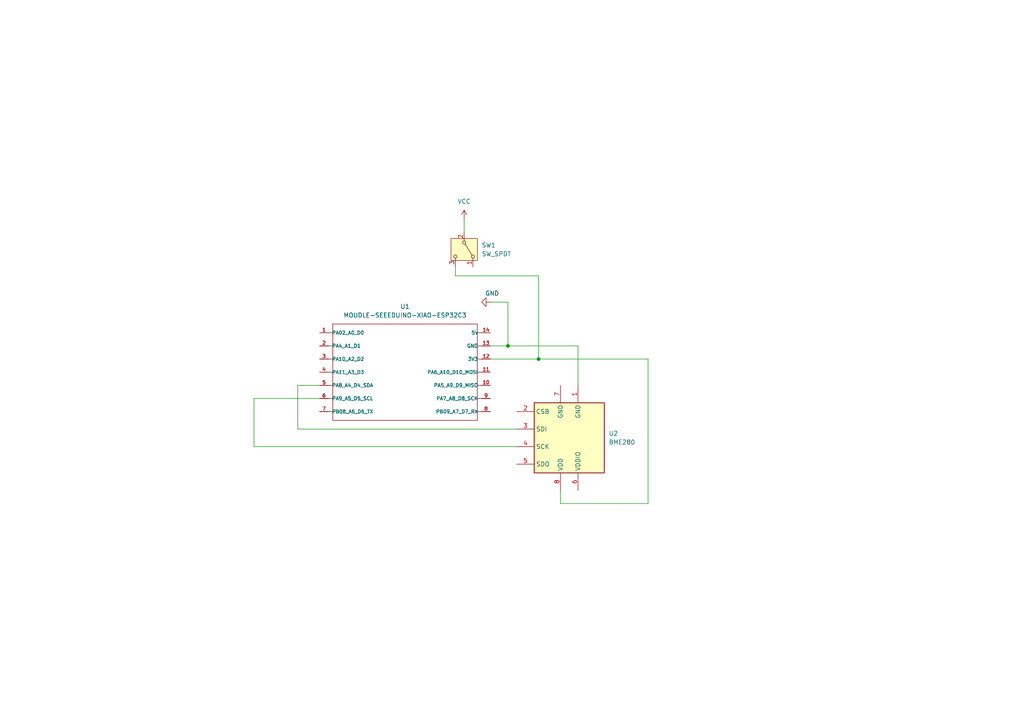
<source format=kicad_sch>
(kicad_sch (version 20231120) (generator "eeschema") (generator_version "8.0")
  (paper "A4")
  (title_block (title "PCB_Design") (date "2025-01-26") (rev "v1.0") (company "Yourong Xu"))
  (lib_symbols
    (symbol "Sensor:BME280"
      (property "Reference" "U" (at -8.89 11.43 0))
      (property "Value" "BME280" (at 7.62 11.43 0))
      (symbol "BME280_0_1"
        (rectangle (start -10.16 10.16) (end 10.16 -10.16) (stroke (width 0.254)) (fill (type background)))
      )
      (symbol "BME280_1_1"
        (pin power_in line (at -2.54 -15.24 90) (length 5.08) (name "GND") (number "1"))
        (pin input line (at 15.24 -7.62 180) (length 5.08) (name "CSB") (number "2"))
        (pin bidirectional line (at 15.24 -2.54 180) (length 5.08) (name "SDI") (number "3"))
        (pin input line (at 15.24 2.54 180) (length 5.08) (name "SCK") (number "4"))
        (pin bidirectional line (at 15.24 7.62 180) (length 5.08) (name "SDO") (number "5"))
        (pin power_in line (at -2.54 15.24 270) (length 5.08) (name "VDDIO") (number "6"))
        (pin power_in line (at 2.54 -15.24 90) (length 5.08) (name "GND") (number "7"))
        (pin power_in line (at 2.54 15.24 270) (length 5.08) (name "VDD") (number "8"))
      )
    )
    (symbol "Switch:SW_SPDT" (pin_names (offset 0) hide)
      (property "Reference" "SW" (at 0 5.08 0))
      (property "Value" "SW_SPDT" (at 0 -5.08 0))
      (symbol "SW_SPDT_0_1"
        (circle (center -2.032 0) (radius 0.4572))
        (polyline (pts (xy -1.651 0.254) (xy 1.651 2.286)))
        (circle (center 2.032 -2.54) (radius 0.4572))
        (circle (center 2.032 2.54) (radius 0.4572))
      )
      (symbol "SW_SPDT_1_1"
        (rectangle (start -3.175 3.81) (end 3.175 -3.81) (fill (type background)))
        (pin passive line (at 5.08 2.54 180) (length 2.54) (name "A") (number "1"))
        (pin passive line (at -5.08 0 0) (length 2.54) (name "B") (number "2"))
        (pin passive line (at 5.08 -2.54 180) (length 2.54) (name "C") (number "3"))
      )
    )
    (symbol "power:GND" (power) (pin_numbers hide) (pin_names (offset 0) hide)
      (property "Value" "GND" (at 0 -3.81 0))
      (symbol "GND_0_1"
        (polyline (pts (xy 0 0) (xy 0 -1.27) (xy 1.27 -1.27) (xy 0 -2.54) (xy -1.27 -1.27) (xy 0 -1.27)))
      )
      (symbol "GND_1_1"
        (pin power_in line (at 0 0 270) (length 0) (name "~") (number "1"))
      )
    )
    (symbol "power:VCC" (power) (pin_numbers hide) (pin_names (offset 0) hide)
      (property "Value" "VCC" (at 0 3.556 0))
      (symbol "VCC_0_1"
        (polyline (pts (xy -0.762 1.27) (xy 0 2.54)))
        (polyline (pts (xy 0 0) (xy 0 2.54)))
        (polyline (pts (xy 0 2.54) (xy 0.762 1.27)))
      )
      (symbol "VCC_1_1"
        (pin power_in line (at 0 0 90) (length 0) (name "~") (number "1"))
      )
    )
    (symbol "xiao_demo:MOUDLE-SEEEDUINO-XIAO-ESP32C3" (pin_names (offset 1.016))
      (property "Reference" "U" (at -21.59 15.24 0))
      (property "Value" "MOUDLE-SEEEDUINO-XIAO-ESP32C3" (at -21.59 13.97 0))
      (symbol "MOUDLE-SEEEDUINO-XIAO-ESP32C3_0_0"
        (polyline (pts (xy -21.59 -13.97) (xy -21.59 0)) (stroke (width 0.1524)))
        (polyline (pts (xy -21.59 -11.43) (xy -22.86 -11.43)) (stroke (width 0.1524)))
        (polyline (pts (xy -21.59 -7.62) (xy -22.86 -7.62)) (stroke (width 0.1524)))
        (polyline (pts (xy -21.59 -3.81) (xy -22.86 -3.81)) (stroke (width 0.1524)))
        (polyline (pts (xy -21.59 0) (xy -22.86 0)) (stroke (width 0.1524)))
        (polyline (pts (xy -21.59 0) (xy -21.59 3.81)) (stroke (width 0.1524)))
        (polyline (pts (xy -21.59 3.81) (xy -22.86 3.81)) (stroke (width 0.1524)))
        (polyline (pts (xy -21.59 3.81) (xy -21.59 7.62)) (stroke (width 0.1524)))
        (polyline (pts (xy -21.59 7.62) (xy -22.86 7.62)) (stroke (width 0.1524)))
        (polyline (pts (xy -21.59 7.62) (xy -21.59 11.43)) (stroke (width 0.1524)))
        (polyline (pts (xy -21.59 11.43) (xy -22.86 11.43)) (stroke (width 0.1524)))
        (polyline (pts (xy -21.59 11.43) (xy -21.59 13.97)) (stroke (width 0.1524)))
        (polyline (pts (xy -21.59 13.97) (xy 20.32 13.97)) (stroke (width 0.1524)))
        (polyline (pts (xy 20.32 -13.97) (xy -21.59 -13.97)) (stroke (width 0.1524)))
        (polyline (pts (xy 20.32 3.81) (xy 20.32 -13.97)) (stroke (width 0.1524)))
        (polyline (pts (xy 20.32 7.62) (xy 20.32 3.81)) (stroke (width 0.1524)))
        (polyline (pts (xy 20.32 11.43) (xy 20.32 7.62)) (stroke (width 0.1524)))
        (polyline (pts (xy 20.32 13.97) (xy 20.32 11.43)) (stroke (width 0.1524)))
        (polyline (pts (xy 21.59 -11.43) (xy 20.32 -11.43)) (stroke (width 0.1524)))
        (polyline (pts (xy 21.59 -7.62) (xy 20.32 -7.62)) (stroke (width 0.1524)))
        (polyline (pts (xy 21.59 -3.81) (xy 20.32 -3.81)) (stroke (width 0.1524)))
        (polyline (pts (xy 21.59 0) (xy 20.32 0)) (stroke (width 0.1524)))
        (polyline (pts (xy 21.59 3.81) (xy 20.32 3.81)) (stroke (width 0.1524)))
        (polyline (pts (xy 21.59 7.62) (xy 20.32 7.62)) (stroke (width 0.1524)))
        (polyline (pts (xy 21.59 11.43) (xy 20.32 11.43)) (stroke (width 0.1524)))
        (pin bidirectional line (at -25.4 11.43 0) (length 2.54) (name "PA02_A0_D0") (number "1"))
        (pin bidirectional line (at 24.13 -3.81 180) (length 2.54) (name "PA5_A9_D9_MISO") (number "10"))
        (pin bidirectional line (at 24.13 0 180) (length 2.54) (name "PA6_A10_D10_MOSI") (number "11"))
        (pin bidirectional line (at 24.13 3.81 180) (length 2.54) (name "3V3") (number "12"))
        (pin bidirectional line (at 24.13 7.62 180) (length 2.54) (name "GND") (number "13"))
        (pin bidirectional line (at 24.13 11.43 180) (length 2.54) (name "5V") (number "14"))
        (pin bidirectional line (at -25.4 7.62 0) (length 2.54) (name "PA4_A1_D1") (number "2"))
        (pin bidirectional line (at -25.4 3.81 0) (length 2.54) (name "PA10_A2_D2") (number "3"))
        (pin bidirectional line (at -25.4 0 0) (length 2.54) (name "PA11_A3_D3") (number "4"))
        (pin bidirectional line (at -25.4 -3.81 0) (length 2.54) (name "PA8_A4_D4_SDA") (number "5"))
        (pin bidirectional line (at -25.4 -7.62 0) (length 2.54) (name "PA9_A5_D5_SCL") (number "6"))
        (pin bidirectional line (at -25.4 -11.43 0) (length 2.54) (name "PB08_A6_D6_TX") (number "7"))
        (pin bidirectional line (at 24.13 -11.43 180) (length 2.54) (name "PB09_A7_D7_RX") (number "8"))
        (pin bidirectional line (at 24.13 -7.62 180) (length 2.54) (name "PA7_A8_D8_SCK") (number "9"))
      )
    )
  )
  (junction (at 156.21 104.14))
  (junction (at 147.32 100.33))
  (wire (pts (xy 73.66 129.54) (xy 73.66 115.57)))
  (wire (pts (xy 134.62 63.5) (xy 134.62 67.31)))
  (wire (pts (xy 142.24 104.14) (xy 156.21 104.14)))
  (wire (pts (xy 142.24 100.33) (xy 147.32 100.33)))
  (wire (pts (xy 132.08 80.01) (xy 156.21 80.01)))
  (wire (pts (xy 132.08 77.47) (xy 132.08 80.01)))
  (wire (pts (xy 162.56 146.05) (xy 162.56 142.24)))
  (wire (pts (xy 147.32 87.63) (xy 147.32 100.33)))
  (wire (pts (xy 147.32 100.33) (xy 167.64 100.33)))
  (wire (pts (xy 73.66 115.57) (xy 92.71 115.57)))
  (wire (pts (xy 167.64 111.76) (xy 167.64 100.33)))
  (wire (pts (xy 156.21 104.14) (xy 187.96 104.14)))
  (wire (pts (xy 142.24 87.63) (xy 147.32 87.63)))
  (wire (pts (xy 187.96 146.05) (xy 162.56 146.05)))
  (wire (pts (xy 156.21 80.01) (xy 156.21 104.14)))
  (wire (pts (xy 187.96 104.14) (xy 187.96 146.05)))
  (wire (pts (xy 149.86 124.46) (xy 86.36 124.46)))
  (wire (pts (xy 86.36 111.76) (xy 92.71 111.76)))
  (wire (pts (xy 86.36 124.46) (xy 86.36 111.76)))
  (wire (pts (xy 149.86 129.54) (xy 73.66 129.54)))
  (symbol (lib_id "power:GND") (at 142.24 87.63 270) (unit 1)
    (property "Reference" "#PWR02" (effects (hide yes)))
    (property "Value" "GND" (at 144.78 85.09 90) (effects (justify right)))
    (property "Description" "Power symbol creates a global label with name \"GND\" , ground" (effects (hide yes)))
  )
  (symbol (lib_id "Switch:SW_SPDT") (at 134.62 72.39 270) (unit 1)
    (property "Reference" "SW1" (at 139.7 71.1199 90) (effects (justify left)))
    (property "Value" "SW_SPDT" (at 139.7 73.6599 90) (effects (justify left)))
    (property "Description" "Switch, single pole double throw" (effects (hide yes)))
  )
  (symbol (lib_id "power:VCC") (at 134.62 63.5 0) (unit 1)
    (property "Reference" "#PWR01" (effects (hide yes)))
    (property "Value" "VCC" (at 134.62 58.42 0))
    (property "Description" "Power symbol creates a global label with name \"VCC\"" (effects (hide yes)))
  )
  (symbol (lib_id "Sensor:BME280") (at 165.1 127 180) (unit 1)
    (property "Reference" "U2" (at 176.53 125.7299 0) (effects (justify right)))
    (property "Value" "BME280" (at 176.53 128.2699 0) (effects (justify right)))
    (property "Footprint" "Package_LGA:Bosch_LGA-8_2.5x2.5mm_P0.65mm_ClockwisePinNumbering" (effects (hide yes)))
    (property "Datasheet" "https://www.bosch-sensortec.com/media/boschsensortec/downloads/datasheets/bst-bme280-ds002.pdf" (effects (hide yes)))
    (property "Description" "3-in-1 sensor, humidity, pressure, temperature, I2C and SPI interface, 1.71-3.6V, LGA-8" (effects (hide yes)))
  )
  (symbol (lib_id "xiao_demo:MOUDLE-SEEEDUINO-XIAO-ESP32C3") (at 118.11 107.95 0) (unit 1)
    (property "Reference" "U1" (at 117.475 88.9 0))
    (property "Value" "MOUDLE-SEEEDUINO-XIAO-ESP32C3" (at 117.475 91.44 0))
    (property "Footprint" "MOUDLE14P-SMD-2.54-21X17.8MM" (effects (hide yes)))
  )
)
</source>
